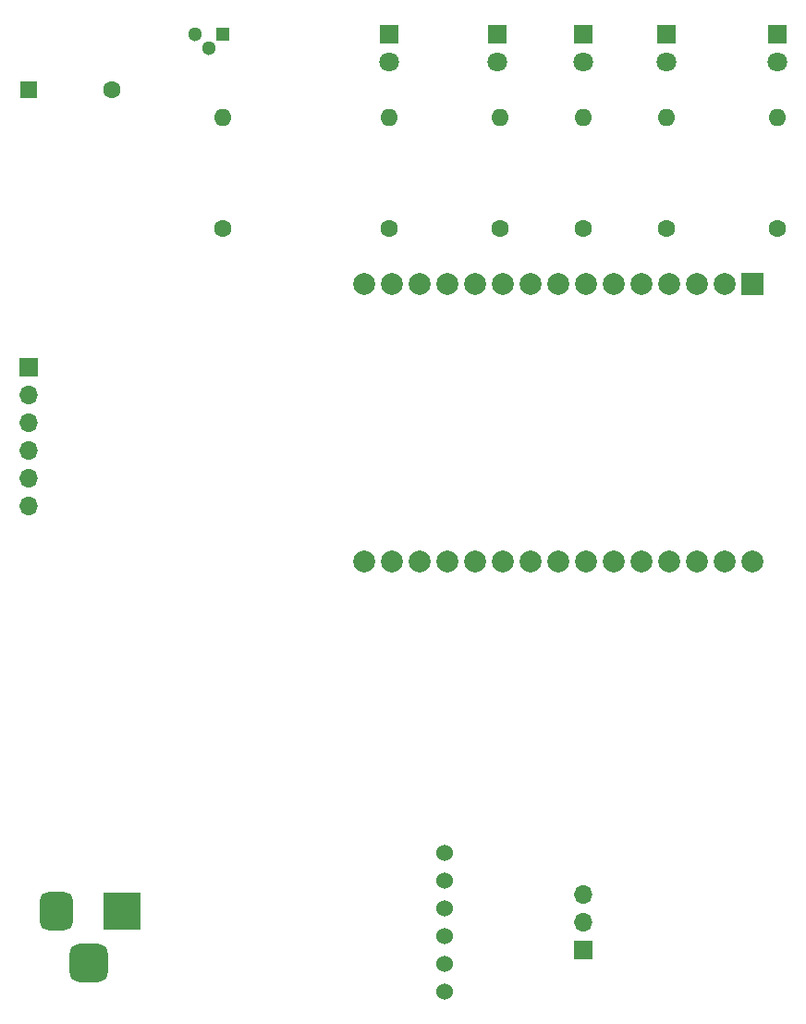
<source format=gbr>
%TF.GenerationSoftware,KiCad,Pcbnew,7.0.7*%
%TF.CreationDate,2023-11-04T11:15:44-05:00*%
%TF.ProjectId,proyectointroducci_n,70726f79-6563-4746-9f69-6e74726f6475,rev?*%
%TF.SameCoordinates,Original*%
%TF.FileFunction,Copper,L1,Top*%
%TF.FilePolarity,Positive*%
%FSLAX46Y46*%
G04 Gerber Fmt 4.6, Leading zero omitted, Abs format (unit mm)*
G04 Created by KiCad (PCBNEW 7.0.7) date 2023-11-04 11:15:44*
%MOMM*%
%LPD*%
G01*
G04 APERTURE LIST*
G04 Aperture macros list*
%AMRoundRect*
0 Rectangle with rounded corners*
0 $1 Rounding radius*
0 $2 $3 $4 $5 $6 $7 $8 $9 X,Y pos of 4 corners*
0 Add a 4 corners polygon primitive as box body*
4,1,4,$2,$3,$4,$5,$6,$7,$8,$9,$2,$3,0*
0 Add four circle primitives for the rounded corners*
1,1,$1+$1,$2,$3*
1,1,$1+$1,$4,$5*
1,1,$1+$1,$6,$7*
1,1,$1+$1,$8,$9*
0 Add four rect primitives between the rounded corners*
20,1,$1+$1,$2,$3,$4,$5,0*
20,1,$1+$1,$4,$5,$6,$7,0*
20,1,$1+$1,$6,$7,$8,$9,0*
20,1,$1+$1,$8,$9,$2,$3,0*%
G04 Aperture macros list end*
%TA.AperFunction,ComponentPad*%
%ADD10R,1.800000X1.800000*%
%TD*%
%TA.AperFunction,ComponentPad*%
%ADD11C,1.800000*%
%TD*%
%TA.AperFunction,ComponentPad*%
%ADD12R,1.600000X1.600000*%
%TD*%
%TA.AperFunction,ComponentPad*%
%ADD13C,1.600000*%
%TD*%
%TA.AperFunction,ComponentPad*%
%ADD14O,1.600000X1.600000*%
%TD*%
%TA.AperFunction,ComponentPad*%
%ADD15R,1.300000X1.300000*%
%TD*%
%TA.AperFunction,ComponentPad*%
%ADD16C,1.300000*%
%TD*%
%TA.AperFunction,ComponentPad*%
%ADD17R,3.500000X3.500000*%
%TD*%
%TA.AperFunction,ComponentPad*%
%ADD18RoundRect,0.750000X-0.750000X-1.000000X0.750000X-1.000000X0.750000X1.000000X-0.750000X1.000000X0*%
%TD*%
%TA.AperFunction,ComponentPad*%
%ADD19RoundRect,0.875000X-0.875000X-0.875000X0.875000X-0.875000X0.875000X0.875000X-0.875000X0.875000X0*%
%TD*%
%TA.AperFunction,ComponentPad*%
%ADD20R,2.000000X2.000000*%
%TD*%
%TA.AperFunction,ComponentPad*%
%ADD21C,2.000000*%
%TD*%
%TA.AperFunction,ComponentPad*%
%ADD22R,1.700000X1.700000*%
%TD*%
%TA.AperFunction,ComponentPad*%
%ADD23O,1.700000X1.700000*%
%TD*%
%TA.AperFunction,ComponentPad*%
%ADD24C,1.524000*%
%TD*%
G04 APERTURE END LIST*
D10*
%TO.P,D2,1,K*%
%TO.N,GND*%
X81070000Y-66040000D03*
D11*
%TO.P,D2,2,A*%
%TO.N,Net-(D2-A)*%
X81070000Y-68580000D03*
%TD*%
D10*
%TO.P,D4,1,K*%
%TO.N,GND*%
X106680000Y-66040000D03*
D11*
%TO.P,D4,2,A*%
%TO.N,Net-(D4-A)*%
X106680000Y-68580000D03*
%TD*%
D12*
%TO.P,LS1,1,1*%
%TO.N,+5V*%
X38120000Y-71120000D03*
D13*
%TO.P,LS1,2,2*%
%TO.N,Net-(Q1-C)*%
X45720000Y-71120000D03*
%TD*%
%TO.P,R2,1*%
%TO.N,Net-(U3-D23)*%
X55880000Y-83820000D03*
D14*
%TO.P,R2,2*%
%TO.N,Net-(Q1-B)*%
X55880000Y-73660000D03*
%TD*%
D13*
%TO.P,R5,1*%
%TO.N,Net-(U3-D18)*%
X88900000Y-83820000D03*
D14*
%TO.P,R5,2*%
%TO.N,Net-(D3-A)*%
X88900000Y-73660000D03*
%TD*%
D10*
%TO.P,D1,1,K*%
%TO.N,GND*%
X71120000Y-66040000D03*
D11*
%TO.P,D1,2,A*%
%TO.N,Net-(D1-A)*%
X71120000Y-68580000D03*
%TD*%
D13*
%TO.P,R7,1*%
%TO.N,Net-(U3-D5)*%
X96520000Y-83820000D03*
D14*
%TO.P,R7,2*%
%TO.N,Net-(D5-A)*%
X96520000Y-73660000D03*
%TD*%
D10*
%TO.P,D3,1,K*%
%TO.N,GND*%
X88900000Y-66040000D03*
D11*
%TO.P,D3,2,A*%
%TO.N,Net-(D3-A)*%
X88900000Y-68580000D03*
%TD*%
D13*
%TO.P,R3,1*%
%TO.N,Net-(U3-D21)*%
X71120000Y-83820000D03*
D14*
%TO.P,R3,2*%
%TO.N,Net-(D1-A)*%
X71120000Y-73660000D03*
%TD*%
D13*
%TO.P,R4,1*%
%TO.N,Net-(U3-D19)*%
X81280000Y-83820000D03*
D14*
%TO.P,R4,2*%
%TO.N,Net-(D2-A)*%
X81280000Y-73660000D03*
%TD*%
D10*
%TO.P,D5,1,K*%
%TO.N,GND*%
X96520000Y-66040000D03*
D11*
%TO.P,D5,2,A*%
%TO.N,Net-(D5-A)*%
X96520000Y-68580000D03*
%TD*%
D15*
%TO.P,Q1,1,E*%
%TO.N,GND*%
X55880000Y-66040000D03*
D16*
%TO.P,Q1,2,B*%
%TO.N,Net-(Q1-B)*%
X54610000Y-67310000D03*
%TO.P,Q1,3,C*%
%TO.N,Net-(Q1-C)*%
X53340000Y-66040000D03*
%TD*%
D17*
%TO.P,J1,1*%
%TO.N,Net-(U2-VIN)*%
X46640000Y-146362500D03*
D18*
%TO.P,J1,2*%
%TO.N,GND*%
X40640000Y-146362500D03*
D19*
%TO.P,J1,3*%
%TO.N,N/C*%
X43640000Y-151062500D03*
%TD*%
D20*
%TO.P,U3,1,3V3*%
%TO.N,+3V3*%
X104415000Y-88900000D03*
D21*
%TO.P,U3,2,GND*%
%TO.N,GND*%
X101875000Y-88900000D03*
%TO.P,U3,3,D15*%
%TO.N,Net-(U3-D15)*%
X99335000Y-88900000D03*
%TO.P,U3,4,D2*%
%TO.N,/aux1*%
X96795000Y-88900000D03*
%TO.P,U3,5,D4*%
%TO.N,/ADCaux*%
X94255000Y-88900000D03*
%TO.P,U3,6,RX2*%
%TO.N,unconnected-(U3-RX2-Pad6)*%
X91715000Y-88900000D03*
%TO.P,U3,7,TX2*%
%TO.N,unconnected-(U3-TX2-Pad7)*%
X89175000Y-88900000D03*
%TO.P,U3,8,D5*%
%TO.N,Net-(U3-D5)*%
X86635000Y-88900000D03*
%TO.P,U3,9,D18*%
%TO.N,Net-(U3-D18)*%
X84095000Y-88900000D03*
%TO.P,U3,10,D19*%
%TO.N,Net-(U3-D19)*%
X81555000Y-88900000D03*
%TO.P,U3,11,D21*%
%TO.N,Net-(U3-D21)*%
X79015000Y-88900000D03*
%TO.P,U3,12,RX0*%
%TO.N,unconnected-(U3-RX0-Pad12)*%
X76475000Y-88900000D03*
%TO.P,U3,13,TX0*%
%TO.N,unconnected-(U3-TX0-Pad13)*%
X73935000Y-88900000D03*
%TO.P,U3,14,D22*%
%TO.N,/auxled*%
X71395000Y-88900000D03*
%TO.P,U3,15,D23*%
%TO.N,Net-(U3-D23)*%
X68855000Y-88900000D03*
%TO.P,U3,16,EN*%
%TO.N,Net-(U3-EN)*%
X68855000Y-114300000D03*
%TO.P,U3,17,VP*%
%TO.N,unconnected-(U3-VP-Pad17)*%
X71395000Y-114300000D03*
%TO.P,U3,18,VN*%
%TO.N,unconnected-(U3-VN-Pad18)*%
X73935000Y-114300000D03*
%TO.P,U3,19,D34*%
%TO.N,unconnected-(U3-D34-Pad19)*%
X76475000Y-114300000D03*
%TO.P,U3,20,D35*%
%TO.N,unconnected-(U3-D35-Pad20)*%
X79015000Y-114300000D03*
%TO.P,U3,21,D32*%
%TO.N,unconnected-(U3-D32-Pad21)*%
X81555000Y-114300000D03*
%TO.P,U3,22,D33*%
%TO.N,unconnected-(U3-D33-Pad22)*%
X84095000Y-114300000D03*
%TO.P,U3,23,D25*%
%TO.N,/se\u00F1alsensor*%
X86635000Y-114300000D03*
%TO.P,U3,24,D26*%
%TO.N,unconnected-(U3-D26-Pad24)*%
X89175000Y-114300000D03*
%TO.P,U3,25,D27*%
%TO.N,unconnected-(U3-D27-Pad25)*%
X91715000Y-114300000D03*
%TO.P,U3,26,D14*%
%TO.N,unconnected-(U3-D14-Pad26)*%
X94255000Y-114300000D03*
%TO.P,U3,27,D12*%
%TO.N,unconnected-(U3-D12-Pad27)*%
X96795000Y-114300000D03*
%TO.P,U3,28,D13*%
%TO.N,unconnected-(U3-D13-Pad28)*%
X99335000Y-114300000D03*
%TO.P,U3,29,GND*%
%TO.N,GND*%
X101875000Y-114300000D03*
%TO.P,U3,30,VIN*%
%TO.N,+5V*%
X104415000Y-114300000D03*
%TD*%
D22*
%TO.P,J2,1,Pin_1*%
%TO.N,/aux1*%
X38100000Y-96520000D03*
D23*
%TO.P,J2,2,Pin_2*%
%TO.N,/auxled*%
X38100000Y-99060000D03*
%TO.P,J2,3,Pin_3*%
%TO.N,/ADCaux*%
X38100000Y-101600000D03*
%TO.P,J2,4,Pin_4*%
%TO.N,+3V3*%
X38100000Y-104140000D03*
%TO.P,J2,5,Pin_5*%
%TO.N,GND*%
X38100000Y-106680000D03*
%TO.P,J2,6,Pin_6*%
%TO.N,+5V*%
X38100000Y-109220000D03*
%TD*%
D24*
%TO.P,U2,1,VIN*%
%TO.N,Net-(U2-VIN)*%
X76200000Y-153670000D03*
%TO.P,U2,2,GND*%
%TO.N,GND*%
X76200000Y-151130000D03*
%TO.P,U2,3,GND*%
X76200000Y-148590000D03*
%TO.P,U2,4,BAT*%
%TO.N,Net-(BT1-+)*%
X76200000Y-146050000D03*
%TO.P,U2,5,GND*%
%TO.N,Net-(U3-EN)*%
X76200000Y-143510000D03*
%TO.P,U2,6,OUT-5V*%
%TO.N,+5V*%
X76200000Y-140970000D03*
%TD*%
D13*
%TO.P,R6,1*%
%TO.N,Net-(U3-D15)*%
X106680000Y-83820000D03*
D14*
%TO.P,R6,2*%
%TO.N,Net-(D4-A)*%
X106680000Y-73660000D03*
%TD*%
D22*
%TO.P,J3,1,Pin_1*%
%TO.N,+5V*%
X88900000Y-149860000D03*
D23*
%TO.P,J3,2,Pin_2*%
%TO.N,GND*%
X88900000Y-147320000D03*
%TO.P,J3,3,Pin_3*%
%TO.N,/se\u00F1alsensor*%
X88900000Y-144780000D03*
%TD*%
M02*

</source>
